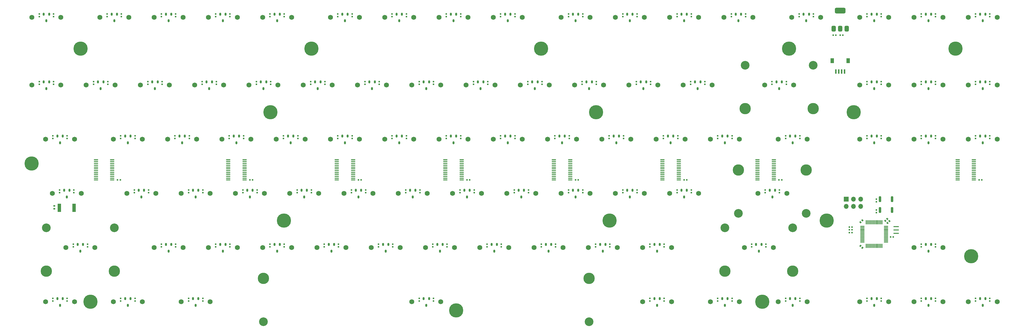
<source format=gbr>
%TF.GenerationSoftware,KiCad,Pcbnew,8.0.6*%
%TF.CreationDate,2024-11-23T19:51:20+07:00*%
%TF.ProjectId,Zellia80,5a656c6c-6961-4383-902e-6b696361645f,rev?*%
%TF.SameCoordinates,Original*%
%TF.FileFunction,Soldermask,Bot*%
%TF.FilePolarity,Negative*%
%FSLAX46Y46*%
G04 Gerber Fmt 4.6, Leading zero omitted, Abs format (unit mm)*
G04 Created by KiCad (PCBNEW 8.0.6) date 2024-11-23 19:51:20*
%MOMM*%
%LPD*%
G01*
G04 APERTURE LIST*
G04 Aperture macros list*
%AMRoundRect*
0 Rectangle with rounded corners*
0 $1 Rounding radius*
0 $2 $3 $4 $5 $6 $7 $8 $9 X,Y pos of 4 corners*
0 Add a 4 corners polygon primitive as box body*
4,1,4,$2,$3,$4,$5,$6,$7,$8,$9,$2,$3,0*
0 Add four circle primitives for the rounded corners*
1,1,$1+$1,$2,$3*
1,1,$1+$1,$4,$5*
1,1,$1+$1,$6,$7*
1,1,$1+$1,$8,$9*
0 Add four rect primitives between the rounded corners*
20,1,$1+$1,$2,$3,$4,$5,0*
20,1,$1+$1,$4,$5,$6,$7,0*
20,1,$1+$1,$6,$7,$8,$9,0*
20,1,$1+$1,$8,$9,$2,$3,0*%
%AMRotRect*
0 Rectangle, with rotation*
0 The origin of the aperture is its center*
0 $1 length*
0 $2 width*
0 $3 Rotation angle, in degrees counterclockwise*
0 Add horizontal line*
21,1,$1,$2,0,0,$3*%
G04 Aperture macros list end*
%ADD10R,1.190000X3.000000*%
%ADD11C,0.800000*%
%ADD12C,5.000000*%
%ADD13R,1.700000X1.700000*%
%ADD14O,1.700000X1.700000*%
%ADD15R,0.620000X0.560000*%
%ADD16R,0.560000X0.620000*%
%ADD17RoundRect,0.150000X-0.150000X0.350000X-0.150000X-0.350000X0.150000X-0.350000X0.150000X0.350000X0*%
%ADD18C,1.750000*%
%ADD19RotRect,0.560000X0.620000X225.000000*%
%ADD20R,0.600000X1.550000*%
%ADD21R,1.200000X1.800000*%
%ADD22RoundRect,0.135000X-0.185000X0.135000X-0.185000X-0.135000X0.185000X-0.135000X0.185000X0.135000X0*%
%ADD23RoundRect,0.375000X0.375000X-0.625000X0.375000X0.625000X-0.375000X0.625000X-0.375000X-0.625000X0*%
%ADD24RoundRect,0.500000X1.400000X-0.500000X1.400000X0.500000X-1.400000X0.500000X-1.400000X-0.500000X0*%
%ADD25RotRect,0.560000X0.620000X315.000000*%
%ADD26RoundRect,0.100000X-0.637500X-0.100000X0.637500X-0.100000X0.637500X0.100000X-0.637500X0.100000X0*%
%ADD27C,3.048000*%
%ADD28C,3.987800*%
%ADD29RotRect,0.560000X0.620000X45.000000*%
%ADD30RoundRect,0.200000X0.200000X0.800000X-0.200000X0.800000X-0.200000X-0.800000X0.200000X-0.800000X0*%
%ADD31R,1.900000X0.400000*%
%ADD32RoundRect,0.075000X0.662500X0.075000X-0.662500X0.075000X-0.662500X-0.075000X0.662500X-0.075000X0*%
%ADD33RoundRect,0.075000X0.075000X0.662500X-0.075000X0.662500X-0.075000X-0.662500X0.075000X-0.662500X0*%
%ADD34RoundRect,0.200000X-0.200000X-0.800000X0.200000X-0.800000X0.200000X0.800000X-0.200000X0.800000X0*%
G04 APERTURE END LIST*
D10*
%TO.C,D1*%
X22261250Y-130102499D03*
X27451250Y-130102499D03*
%TD*%
D11*
%TO.C,H16*%
X293431250Y-134547499D03*
X292882075Y-135873324D03*
X292882075Y-133221674D03*
X291556250Y-136422499D03*
D12*
X291556250Y-134547499D03*
D11*
X291556250Y-132672499D03*
X290230425Y-135873324D03*
X290230425Y-133221674D03*
X289681250Y-134547499D03*
%TD*%
%TO.C,H13*%
X338674622Y-74110009D03*
X338125447Y-75435834D03*
X338125447Y-72784184D03*
X336799622Y-75985009D03*
D12*
X336799622Y-74110009D03*
D11*
X336799622Y-72235009D03*
X335473797Y-75435834D03*
X335473797Y-72784184D03*
X334924622Y-74110009D03*
%TD*%
%TO.C,H14*%
X35065247Y-163122509D03*
X34516072Y-164448334D03*
X34516072Y-161796684D03*
X33190247Y-164997509D03*
D12*
X33190247Y-163122509D03*
D11*
X33190247Y-161247509D03*
X31864422Y-164448334D03*
X31864422Y-161796684D03*
X31315247Y-163122509D03*
%TD*%
%TO.C,H11*%
X212468750Y-96447499D03*
X211919575Y-97773324D03*
X211919575Y-95121674D03*
X210593750Y-98322499D03*
D12*
X210593750Y-96447499D03*
D11*
X210593750Y-94572499D03*
X209267925Y-97773324D03*
X209267925Y-95121674D03*
X208718750Y-96447499D03*
%TD*%
%TO.C,H5*%
X193199744Y-74110009D03*
X192650569Y-75435834D03*
X192650569Y-72784184D03*
X191324744Y-75985009D03*
D12*
X191324744Y-74110009D03*
D11*
X191324744Y-72235009D03*
X189998919Y-75435834D03*
X189998919Y-72784184D03*
X189449744Y-74110009D03*
%TD*%
D13*
%TO.C,J5*%
X298450000Y-127019999D03*
D14*
X298450000Y-129559999D03*
X300990000Y-127019999D03*
X300990000Y-129559999D03*
X303530000Y-127019999D03*
X303530000Y-129559999D03*
%TD*%
D11*
%TO.C,H4*%
X14349622Y-114497509D03*
X13800447Y-115823334D03*
X13800447Y-113171684D03*
X12474622Y-116372509D03*
D12*
X12474622Y-114497509D03*
D11*
X12474622Y-112622509D03*
X11148797Y-115823334D03*
X11148797Y-113171684D03*
X10599622Y-114497509D03*
%TD*%
%TO.C,H10*%
X302956250Y-96447499D03*
X302407075Y-97773324D03*
X302407075Y-95121674D03*
X301081250Y-98322499D03*
D12*
X301081250Y-96447499D03*
D11*
X301081250Y-94572499D03*
X299755425Y-97773324D03*
X299755425Y-95121674D03*
X299206250Y-96447499D03*
%TD*%
%TO.C,H1*%
X112586744Y-74110009D03*
X112037569Y-75435834D03*
X112037569Y-72784184D03*
X110711744Y-75985009D03*
D12*
X110711744Y-74110009D03*
D11*
X110711744Y-72235009D03*
X109385919Y-75435834D03*
X109385919Y-72784184D03*
X108836744Y-74110009D03*
%TD*%
%TO.C,H18*%
X217231250Y-134547499D03*
X216682075Y-135873324D03*
X216682075Y-133221674D03*
X215356250Y-136422499D03*
D12*
X215356250Y-134547499D03*
D11*
X215356250Y-132672499D03*
X214030425Y-135873324D03*
X214030425Y-133221674D03*
X213481250Y-134547499D03*
%TD*%
%TO.C,H12*%
X31586744Y-74110009D03*
X31037569Y-75435834D03*
X31037569Y-72784184D03*
X29711744Y-75985009D03*
D12*
X29711744Y-74110009D03*
D11*
X29711744Y-72235009D03*
X28385919Y-75435834D03*
X28385919Y-72784184D03*
X27836744Y-74110009D03*
%TD*%
%TO.C,H17*%
X98168750Y-96447499D03*
X97619575Y-97773324D03*
X97619575Y-95121674D03*
X96293750Y-98322499D03*
D12*
X96293750Y-96447499D03*
D11*
X96293750Y-94572499D03*
X94967925Y-97773324D03*
X94967925Y-95121674D03*
X94418750Y-96447499D03*
%TD*%
%TO.C,H2*%
X280199744Y-74110009D03*
X279650569Y-75435834D03*
X279650569Y-72784184D03*
X278324744Y-75985009D03*
D12*
X278324744Y-74110009D03*
D11*
X278324744Y-72235009D03*
X276998919Y-75435834D03*
X276998919Y-72784184D03*
X276449744Y-74110009D03*
%TD*%
%TO.C,H3*%
X102931250Y-134547499D03*
X102382075Y-135873324D03*
X102382075Y-133221674D03*
X101056250Y-136422499D03*
D12*
X101056250Y-134547499D03*
D11*
X101056250Y-132672499D03*
X99730425Y-135873324D03*
X99730425Y-133221674D03*
X99181250Y-134547499D03*
%TD*%
%TO.C,H15*%
X270808997Y-163122509D03*
X270259822Y-164448334D03*
X270259822Y-161796684D03*
X268933997Y-164997509D03*
D12*
X268933997Y-163122509D03*
D11*
X268933997Y-161247509D03*
X267608172Y-164448334D03*
X267608172Y-161796684D03*
X267058997Y-163122509D03*
%TD*%
%TO.C,H8*%
X344199744Y-147122519D03*
X343650569Y-148448344D03*
X343650569Y-145796694D03*
X342324744Y-148997519D03*
D12*
X342324744Y-147122519D03*
D11*
X342324744Y-145247519D03*
X340998919Y-148448344D03*
X340998919Y-145796694D03*
X340449744Y-147122519D03*
%TD*%
%TO.C,H7*%
X163437500Y-166122499D03*
X162888325Y-167448324D03*
X162888325Y-164796674D03*
X161562500Y-167997499D03*
D12*
X161562500Y-166122499D03*
D11*
X161562500Y-164247499D03*
X160236675Y-167448324D03*
X160236675Y-164796674D03*
X159687500Y-166122499D03*
%TD*%
D15*
%TO.C,C33*%
X53312500Y-86652499D03*
X53312500Y-85692499D03*
%TD*%
%TO.C,C73*%
X177375000Y-143802499D03*
X177375000Y-142842499D03*
%TD*%
%TO.C,C1*%
X20212500Y-62839999D03*
X20212500Y-61879999D03*
%TD*%
%TO.C,C160*%
X277150000Y-162852499D03*
X277150000Y-161892499D03*
%TD*%
%TO.C,C60*%
X167850000Y-124752499D03*
X167850000Y-123792499D03*
%TD*%
D16*
%TO.C,C109*%
X204367500Y-120263124D03*
X203407500Y-120263124D03*
%TD*%
D15*
%TO.C,C195*%
X281912500Y-62839999D03*
X281912500Y-61879999D03*
%TD*%
%TO.C,C152*%
X329775000Y-62839999D03*
X329775000Y-61879999D03*
%TD*%
D17*
%TO.C,U25*%
X61525000Y-142917499D03*
X60575000Y-145267499D03*
X59625000Y-142917499D03*
D18*
X55495001Y-144072499D03*
X65654999Y-144072499D03*
%TD*%
D15*
%TO.C,C22*%
X39262500Y-86652499D03*
X39262500Y-85692499D03*
%TD*%
D17*
%TO.C,U23*%
X66287500Y-104817499D03*
X65337500Y-107167499D03*
X64387500Y-104817499D03*
D18*
X60257501Y-105972499D03*
X70417499Y-105972499D03*
%TD*%
D15*
%TO.C,C125*%
X143800000Y-124752499D03*
X143800000Y-123792499D03*
%TD*%
%TO.C,C23*%
X48787500Y-105702499D03*
X48787500Y-104742499D03*
%TD*%
%TO.C,C108*%
X310725000Y-62839999D03*
X310725000Y-61879999D03*
%TD*%
D19*
%TO.C,C199*%
X304064411Y-134470588D03*
X303385589Y-135149410D03*
%TD*%
D17*
%TO.C,U96*%
X347275000Y-161967499D03*
X346325000Y-164317499D03*
X345375000Y-161967499D03*
D18*
X341245001Y-163122499D03*
X351404999Y-163122499D03*
%TD*%
D17*
%TO.C,U26*%
X142487500Y-61954999D03*
X141537500Y-64304999D03*
X140587500Y-61954999D03*
D18*
X136457501Y-63109999D03*
X146617499Y-63109999D03*
%TD*%
D17*
%TO.C,U27*%
X161537500Y-61954999D03*
X160587500Y-64304999D03*
X159637500Y-61954999D03*
D18*
X155507501Y-63109999D03*
X165667499Y-63109999D03*
%TD*%
D20*
%TO.C,J2*%
X297818750Y-82172499D03*
X296818750Y-82172499D03*
X295818750Y-82172499D03*
X294818750Y-82172499D03*
D21*
X299118750Y-78297499D03*
X293518750Y-78297499D03*
%TD*%
D15*
%TO.C,C18*%
X27356250Y-124752499D03*
X27356250Y-123792499D03*
%TD*%
%TO.C,C2*%
X44025000Y-62839999D03*
X44025000Y-61879999D03*
%TD*%
%TO.C,C123*%
X181900000Y-124752499D03*
X181900000Y-123792499D03*
%TD*%
%TO.C,C17*%
X24975000Y-105702499D03*
X24975000Y-104742499D03*
%TD*%
D17*
%TO.C,U30*%
X90100000Y-123867499D03*
X89150000Y-126217499D03*
X88200000Y-123867499D03*
D18*
X84070001Y-125022499D03*
X94229999Y-125022499D03*
%TD*%
D15*
%TO.C,C105*%
X196187500Y-105702499D03*
X196187500Y-104742499D03*
%TD*%
D17*
%TO.C,U38*%
X204400000Y-61954999D03*
X203450000Y-64304999D03*
X202500000Y-61954999D03*
D18*
X198370001Y-63109999D03*
X208529999Y-63109999D03*
%TD*%
D15*
%TO.C,C99*%
X139037500Y-105702499D03*
X139037500Y-104742499D03*
%TD*%
%TO.C,C122*%
X67600000Y-124752499D03*
X67600000Y-123792499D03*
%TD*%
%TO.C,C71*%
X201187500Y-105702499D03*
X201187500Y-104742499D03*
%TD*%
%TO.C,C179*%
X324775000Y-143802499D03*
X324775000Y-142842499D03*
%TD*%
%TO.C,C81*%
X225000000Y-62839999D03*
X225000000Y-61879999D03*
%TD*%
%TO.C,C151*%
X310725000Y-162852499D03*
X310725000Y-161892499D03*
%TD*%
D17*
%TO.C,U66*%
X204400000Y-123867499D03*
X203450000Y-126217499D03*
X202500000Y-123867499D03*
D18*
X198370001Y-125022499D03*
X208529999Y-125022499D03*
%TD*%
D15*
%TO.C,C44*%
X110462500Y-86652499D03*
X110462500Y-85692499D03*
%TD*%
%TO.C,C19*%
X32118750Y-143802499D03*
X32118750Y-142842499D03*
%TD*%
%TO.C,C98*%
X286912500Y-62839999D03*
X286912500Y-61879999D03*
%TD*%
D17*
%TO.C,U13*%
X80575000Y-61954999D03*
X79625000Y-64304999D03*
X78675000Y-61954999D03*
D18*
X74545001Y-63109999D03*
X84704999Y-63109999D03*
%TD*%
D15*
%TO.C,C24*%
X53550000Y-124752499D03*
X53550000Y-123792499D03*
%TD*%
D17*
%TO.C,U20*%
X123437500Y-61954999D03*
X122487500Y-64304999D03*
X121537500Y-61954999D03*
D18*
X117407501Y-63109999D03*
X127567499Y-63109999D03*
%TD*%
D17*
%TO.C,U72*%
X223450000Y-123867499D03*
X222500000Y-126217499D03*
X221550000Y-123867499D03*
D18*
X217420001Y-125022499D03*
X227579999Y-125022499D03*
%TD*%
D15*
%TO.C,C117*%
X19975000Y-105702499D03*
X19975000Y-104742499D03*
%TD*%
%TO.C,C30*%
X72600000Y-124752499D03*
X72600000Y-123792499D03*
%TD*%
D17*
%TO.C,U79*%
X232975000Y-142917499D03*
X232025000Y-145267499D03*
X231075000Y-142917499D03*
D18*
X226945001Y-144072499D03*
X237104999Y-144072499D03*
%TD*%
D15*
%TO.C,C128*%
X86650000Y-124752499D03*
X86650000Y-123792499D03*
%TD*%
D22*
%TO.C,R10*%
X20497500Y-130397500D03*
X20497500Y-129377500D03*
%TD*%
D17*
%TO.C,U44*%
X242500000Y-61954999D03*
X241550000Y-64304999D03*
X240600000Y-61954999D03*
D18*
X236470001Y-63109999D03*
X246629999Y-63109999D03*
%TD*%
D15*
%TO.C,C56*%
X272387500Y-86652499D03*
X272387500Y-85692499D03*
%TD*%
D17*
%TO.C,U32*%
X180587500Y-61954999D03*
X179637500Y-64304999D03*
X178687500Y-61954999D03*
D18*
X174557501Y-63109999D03*
X184717499Y-63109999D03*
%TD*%
D17*
%TO.C,U9*%
X61525000Y-61954999D03*
X60575000Y-64304999D03*
X59625000Y-61954999D03*
D18*
X55495001Y-63109999D03*
X65654999Y-63109999D03*
%TD*%
D23*
%TO.C,U63*%
X298618750Y-67047499D03*
X296318750Y-67047499D03*
D24*
X296318750Y-60747499D03*
D23*
X294018750Y-67047499D03*
%TD*%
D17*
%TO.C,U94*%
X309175000Y-161967499D03*
X308225000Y-164317499D03*
X307275000Y-161967499D03*
D18*
X303145001Y-163122499D03*
X313304999Y-163122499D03*
%TD*%
D15*
%TO.C,C35*%
X86887500Y-105702499D03*
X86887500Y-104742499D03*
%TD*%
%TO.C,C36*%
X91650000Y-124752499D03*
X91650000Y-123792499D03*
%TD*%
D17*
%TO.C,U55*%
X156775000Y-142917499D03*
X155825000Y-145267499D03*
X154875000Y-142917499D03*
D18*
X150745001Y-144072499D03*
X160904999Y-144072499D03*
%TD*%
D15*
%TO.C,C50*%
X163087500Y-62839999D03*
X163087500Y-61879999D03*
%TD*%
%TO.C,C58*%
X153562500Y-86652499D03*
X153562500Y-85692499D03*
%TD*%
D25*
%TO.C,C200*%
X303385589Y-143470588D03*
X304064411Y-144149410D03*
%TD*%
D17*
%TO.C,U82*%
X247262500Y-85767499D03*
X246312500Y-88117499D03*
X245362500Y-85767499D03*
D18*
X241232501Y-86922499D03*
X251392499Y-86922499D03*
%TD*%
D15*
%TO.C,C173*%
X282150000Y-162852499D03*
X282150000Y-161892499D03*
%TD*%
D17*
%TO.C,U77*%
X237737500Y-104817499D03*
X236787500Y-107167499D03*
X235837500Y-104817499D03*
D18*
X231707501Y-105972499D03*
X241867499Y-105972499D03*
%TD*%
D15*
%TO.C,C171*%
X72600000Y-162852499D03*
X72600000Y-161892499D03*
%TD*%
D26*
%TO.C,U62*%
X195825000Y-120263124D03*
X195825000Y-119613124D03*
X195825000Y-118963124D03*
X195825000Y-118313124D03*
X195825000Y-117663124D03*
X195825000Y-117013124D03*
X195825000Y-116363124D03*
X195825000Y-115713124D03*
X195825000Y-115063124D03*
X195825000Y-114413124D03*
X195825000Y-113763124D03*
X195825000Y-113113124D03*
X201550000Y-113113124D03*
X201550000Y-113763124D03*
X201550000Y-114413124D03*
X201550000Y-115063124D03*
X201550000Y-115713124D03*
X201550000Y-116363124D03*
X201550000Y-117013124D03*
X201550000Y-117663124D03*
X201550000Y-118313124D03*
X201550000Y-118963124D03*
X201550000Y-119613124D03*
X201550000Y-120263124D03*
%TD*%
D15*
%TO.C,C129*%
X105700000Y-124752499D03*
X105700000Y-123792499D03*
%TD*%
%TO.C,C161*%
X348825000Y-62839999D03*
X348825000Y-61879999D03*
%TD*%
%TO.C,C127*%
X48550000Y-124752499D03*
X48550000Y-123792499D03*
%TD*%
D17*
%TO.C,U58*%
X171062500Y-85767499D03*
X170112500Y-88117499D03*
X169162500Y-85767499D03*
D18*
X165032501Y-86922499D03*
X175192499Y-86922499D03*
%TD*%
D17*
%TO.C,U31*%
X80575000Y-142917499D03*
X79625000Y-145267499D03*
X78675000Y-142917499D03*
D18*
X74545001Y-144072499D03*
X84704999Y-144072499D03*
%TD*%
D15*
%TO.C,C181*%
X343825000Y-86652499D03*
X343825000Y-85692499D03*
%TD*%
D17*
%TO.C,U89*%
X280600000Y-104817499D03*
X279650000Y-107167499D03*
X278700000Y-104817499D03*
D18*
X274570000Y-105972499D03*
X284730000Y-105972499D03*
%TD*%
D15*
%TO.C,C162*%
X348825000Y-86652499D03*
X348825000Y-85692499D03*
%TD*%
D17*
%TO.C,U92*%
X256787500Y-161967499D03*
X255837500Y-164317499D03*
X254887500Y-161967499D03*
D18*
X250757501Y-163122499D03*
X260917499Y-163122499D03*
%TD*%
D17*
%TO.C,U37*%
X99625000Y-142917499D03*
X98675000Y-145267499D03*
X97725000Y-142917499D03*
D18*
X93595001Y-144072499D03*
X103754999Y-144072499D03*
%TD*%
D17*
%TO.C,U18*%
X52000000Y-123867499D03*
X51050000Y-126217499D03*
X50100000Y-123867499D03*
D18*
X45970001Y-125022499D03*
X56129999Y-125022499D03*
%TD*%
D26*
%TO.C,U69*%
X267262500Y-120263124D03*
X267262500Y-119613124D03*
X267262500Y-118963124D03*
X267262500Y-118313124D03*
X267262500Y-117663124D03*
X267262500Y-117013124D03*
X267262500Y-116363124D03*
X267262500Y-115713124D03*
X267262500Y-115063124D03*
X267262500Y-114413124D03*
X267262500Y-113763124D03*
X267262500Y-113113124D03*
X272987500Y-113113124D03*
X272987500Y-113763124D03*
X272987500Y-114413124D03*
X272987500Y-115063124D03*
X272987500Y-115713124D03*
X272987500Y-116363124D03*
X272987500Y-117013124D03*
X272987500Y-117663124D03*
X272987500Y-118313124D03*
X272987500Y-118963124D03*
X272987500Y-119613124D03*
X272987500Y-120263124D03*
%TD*%
D15*
%TO.C,C189*%
X158087500Y-62839999D03*
X158087500Y-61879999D03*
%TD*%
%TO.C,C66*%
X186900000Y-124752499D03*
X186900000Y-123792499D03*
%TD*%
%TO.C,C141*%
X77125000Y-143802499D03*
X77125000Y-142842499D03*
%TD*%
D17*
%TO.C,U65*%
X199637500Y-104817499D03*
X198687500Y-107167499D03*
X197737500Y-104817499D03*
D18*
X193607501Y-105972499D03*
X203767499Y-105972499D03*
%TD*%
D15*
%TO.C,C72*%
X205950000Y-124752499D03*
X205950000Y-123792499D03*
%TD*%
D16*
%TO.C,C156*%
X275805000Y-120263124D03*
X274845000Y-120263124D03*
%TD*%
D15*
%TO.C,C41*%
X105937500Y-105702499D03*
X105937500Y-104742499D03*
%TD*%
%TO.C,C167*%
X15212500Y-62839999D03*
X15212500Y-61879999D03*
%TD*%
%TO.C,C95*%
X282150000Y-105702499D03*
X282150000Y-104742499D03*
%TD*%
D17*
%TO.C,U10*%
X18662500Y-85767499D03*
X17712500Y-88117499D03*
X16762500Y-85767499D03*
D18*
X12632501Y-86922499D03*
X22792499Y-86922499D03*
%TD*%
D15*
%TO.C,C34*%
X77362500Y-86652499D03*
X77362500Y-85692499D03*
%TD*%
D17*
%TO.C,U97*%
X328225000Y-142917499D03*
X327275000Y-145267499D03*
X326325000Y-142917499D03*
D18*
X322195001Y-144072499D03*
X332354999Y-144072499D03*
%TD*%
D17*
%TO.C,U87*%
X347275000Y-85767499D03*
X346325000Y-88117499D03*
X345375000Y-85767499D03*
D18*
X341245001Y-86922499D03*
X351404999Y-86922499D03*
%TD*%
D17*
%TO.C,U12*%
X25806250Y-123867499D03*
X24856250Y-126217499D03*
X23906250Y-123867499D03*
D18*
X19776250Y-125022499D03*
X29936250Y-125022499D03*
%TD*%
D15*
%TO.C,C183*%
X58075000Y-62839999D03*
X58075000Y-61879999D03*
%TD*%
D17*
%TO.C,U86*%
X328225000Y-85767499D03*
X327275000Y-88117499D03*
X326325000Y-85767499D03*
D18*
X322195001Y-86922499D03*
X332354999Y-86922499D03*
%TD*%
D17*
%TO.C,U57*%
X268693750Y-142917499D03*
X267743750Y-145267499D03*
X266793750Y-142917499D03*
D27*
X255837500Y-137087499D03*
D28*
X255837500Y-152327499D03*
D18*
X262663750Y-144072499D03*
X272823750Y-144072499D03*
D27*
X279650000Y-137087499D03*
D28*
X279650000Y-152327499D03*
%TD*%
D15*
%TO.C,C28*%
X58312500Y-86652499D03*
X58312500Y-85692499D03*
%TD*%
D17*
%TO.C,U83*%
X256787500Y-104817499D03*
X255837500Y-107167499D03*
X254887500Y-104817499D03*
D18*
X250757501Y-105972499D03*
X260917499Y-105972499D03*
%TD*%
D15*
%TO.C,C140*%
X153325000Y-143802499D03*
X153325000Y-142842499D03*
%TD*%
%TO.C,C86*%
X244050000Y-62839999D03*
X244050000Y-61879999D03*
%TD*%
D17*
%TO.C,U33*%
X30568750Y-142917499D03*
X29618750Y-145267499D03*
X28668750Y-142917499D03*
D27*
X17712500Y-137087499D03*
D28*
X17712500Y-152327499D03*
D18*
X24538750Y-144072499D03*
X34698750Y-144072499D03*
D27*
X41525000Y-137087499D03*
D28*
X41525000Y-152327499D03*
%TD*%
D15*
%TO.C,C96*%
X119987500Y-105702499D03*
X119987500Y-104742499D03*
%TD*%
%TO.C,C43*%
X82125000Y-143802499D03*
X82125000Y-142842499D03*
%TD*%
%TO.C,C93*%
X43787500Y-105702499D03*
X43787500Y-104742499D03*
%TD*%
%TO.C,C130*%
X22356250Y-124752499D03*
X22356250Y-123792499D03*
%TD*%
D16*
%TO.C,C164*%
X346051875Y-120263124D03*
X345091875Y-120263124D03*
%TD*%
D17*
%TO.C,U93*%
X328225000Y-61954999D03*
X327275000Y-64304999D03*
X326325000Y-61954999D03*
D18*
X322195001Y-63109999D03*
X332354999Y-63109999D03*
%TD*%
D15*
%TO.C,C89*%
X258337500Y-105702499D03*
X258337500Y-104742499D03*
%TD*%
%TO.C,C194*%
X258100000Y-62839999D03*
X258100000Y-61879999D03*
%TD*%
%TO.C,C63*%
X167612500Y-86652499D03*
X167612500Y-85692499D03*
%TD*%
%TO.C,C88*%
X248812500Y-86652499D03*
X248812500Y-85692499D03*
%TD*%
D17*
%TO.C,U17*%
X47237500Y-104817499D03*
X46287500Y-107167499D03*
X45337500Y-104817499D03*
D18*
X41207501Y-105972499D03*
X51367499Y-105972499D03*
%TD*%
D15*
%TO.C,C62*%
X182137500Y-62839999D03*
X182137500Y-61879999D03*
%TD*%
%TO.C,C37*%
X63075000Y-143802499D03*
X63075000Y-142842499D03*
%TD*%
D17*
%TO.C,U88*%
X309175000Y-104817499D03*
X308225000Y-107167499D03*
X307275000Y-104817499D03*
D18*
X303145001Y-105972499D03*
X313304999Y-105972499D03*
%TD*%
D15*
%TO.C,C137*%
X210475000Y-143802499D03*
X210475000Y-142842499D03*
%TD*%
%TO.C,C188*%
X139037500Y-62839999D03*
X139037500Y-61879999D03*
%TD*%
%TO.C,C5*%
X101175000Y-62839999D03*
X101175000Y-61879999D03*
%TD*%
D17*
%TO.C,U3*%
X275837500Y-85767499D03*
X274887500Y-88117499D03*
X273937500Y-85767499D03*
D27*
X262981250Y-79937499D03*
D28*
X262981250Y-95177499D03*
D18*
X269807500Y-86922499D03*
X279967500Y-86922499D03*
D27*
X286793750Y-79937499D03*
D28*
X286793750Y-95177499D03*
%TD*%
D15*
%TO.C,C113*%
X270006250Y-124752499D03*
X270006250Y-123792499D03*
%TD*%
%TO.C,C52*%
X134512500Y-86652499D03*
X134512500Y-85692499D03*
%TD*%
%TO.C,C51*%
X15212500Y-86652499D03*
X15212500Y-85692499D03*
%TD*%
%TO.C,C85*%
X215475000Y-143802499D03*
X215475000Y-142842499D03*
%TD*%
%TO.C,C124*%
X162850000Y-124752499D03*
X162850000Y-123792499D03*
%TD*%
D26*
%TO.C,U74*%
X337509375Y-120263124D03*
X337509375Y-119613124D03*
X337509375Y-118963124D03*
X337509375Y-118313124D03*
X337509375Y-117663124D03*
X337509375Y-117013124D03*
X337509375Y-116363124D03*
X337509375Y-115713124D03*
X337509375Y-115063124D03*
X337509375Y-114413124D03*
X337509375Y-113763124D03*
X337509375Y-113113124D03*
X343234375Y-113113124D03*
X343234375Y-113763124D03*
X343234375Y-114413124D03*
X343234375Y-115063124D03*
X343234375Y-115713124D03*
X343234375Y-116363124D03*
X343234375Y-117013124D03*
X343234375Y-117663124D03*
X343234375Y-118313124D03*
X343234375Y-118963124D03*
X343234375Y-119613124D03*
X343234375Y-120263124D03*
%TD*%
D15*
%TO.C,C118*%
X310725000Y-105702499D03*
X310725000Y-104742499D03*
%TD*%
D17*
%TO.C,U34*%
X94862500Y-85767499D03*
X93912500Y-88117499D03*
X92962500Y-85767499D03*
D18*
X88832501Y-86922499D03*
X98992499Y-86922499D03*
%TD*%
D17*
%TO.C,U35*%
X104387500Y-104817499D03*
X103437500Y-107167499D03*
X102487500Y-104817499D03*
D18*
X98357501Y-105972499D03*
X108517499Y-105972499D03*
%TD*%
D15*
%TO.C,C53*%
X144037500Y-105702499D03*
X144037500Y-104742499D03*
%TD*%
%TO.C,C191*%
X200950000Y-62839999D03*
X200950000Y-61879999D03*
%TD*%
%TO.C,C80*%
X243812500Y-86652499D03*
X243812500Y-85692499D03*
%TD*%
%TO.C,C107*%
X270243750Y-143802499D03*
X270243750Y-142842499D03*
%TD*%
%TO.C,C196*%
X305725000Y-62839999D03*
X305725000Y-61879999D03*
%TD*%
%TO.C,C193*%
X239050000Y-62839999D03*
X239050000Y-61879999D03*
%TD*%
%TO.C,C139*%
X172375000Y-143802499D03*
X172375000Y-142842499D03*
%TD*%
%TO.C,C177*%
X39025000Y-62839999D03*
X39025000Y-61879999D03*
%TD*%
%TO.C,C143*%
X115225000Y-143802499D03*
X115225000Y-142842499D03*
%TD*%
%TO.C,C111*%
X215237500Y-105702499D03*
X215237500Y-104742499D03*
%TD*%
D17*
%TO.C,U6*%
X71050000Y-161967499D03*
X70100000Y-164317499D03*
X69150000Y-161967499D03*
D18*
X65020000Y-163122499D03*
X75180000Y-163122499D03*
%TD*%
D15*
%TO.C,C76*%
X210712500Y-86652499D03*
X210712500Y-85692499D03*
%TD*%
%TO.C,C169*%
X24975000Y-162852499D03*
X24975000Y-161892499D03*
%TD*%
%TO.C,C45*%
X129512500Y-86652499D03*
X129512500Y-85692499D03*
%TD*%
%TO.C,C67*%
X158325000Y-143802499D03*
X158325000Y-142842499D03*
%TD*%
%TO.C,C133*%
X58075000Y-143802499D03*
X58075000Y-142842499D03*
%TD*%
%TO.C,C145*%
X329775000Y-143802499D03*
X329775000Y-142842499D03*
%TD*%
%TO.C,C29*%
X67837500Y-105702499D03*
X67837500Y-104742499D03*
%TD*%
D17*
%TO.C,U36*%
X109150000Y-123867499D03*
X108200000Y-126217499D03*
X107250000Y-123867499D03*
D18*
X103120001Y-125022499D03*
X113279999Y-125022499D03*
%TD*%
D15*
%TO.C,C150*%
X305725000Y-105702499D03*
X305725000Y-104742499D03*
%TD*%
D17*
%TO.C,U70*%
X209162500Y-85767499D03*
X208212500Y-88117499D03*
X207262500Y-85767499D03*
D18*
X203132501Y-86922499D03*
X213292499Y-86922499D03*
%TD*%
D17*
%TO.C,U8*%
X232975000Y-161967499D03*
X232025000Y-164317499D03*
X231075000Y-161967499D03*
D18*
X226945000Y-163122499D03*
X237105000Y-163122499D03*
%TD*%
D17*
%TO.C,U50*%
X285362500Y-61954999D03*
X284412500Y-64304999D03*
X283462500Y-61954999D03*
D18*
X279332501Y-63109999D03*
X289492499Y-63109999D03*
%TD*%
D15*
%TO.C,R9*%
X308975000Y-131789999D03*
X308975000Y-130829999D03*
%TD*%
D17*
%TO.C,U43*%
X118675000Y-142917499D03*
X117725000Y-145267499D03*
X116775000Y-142917499D03*
D18*
X112645001Y-144072499D03*
X122804999Y-144072499D03*
%TD*%
D15*
%TO.C,C79*%
X196425000Y-143802499D03*
X196425000Y-142842499D03*
%TD*%
D17*
%TO.C,U52*%
X152012500Y-85767499D03*
X151062500Y-88117499D03*
X150112500Y-85767499D03*
D18*
X145982501Y-86922499D03*
X156142499Y-86922499D03*
%TD*%
D15*
%TO.C,C6*%
X124987500Y-62839999D03*
X124987500Y-61879999D03*
%TD*%
D17*
%TO.C,U22*%
X56762500Y-85767499D03*
X55812500Y-88117499D03*
X54862500Y-85767499D03*
D18*
X50732501Y-86922499D03*
X60892499Y-86922499D03*
%TD*%
D15*
%TO.C,C97*%
X234525000Y-143802499D03*
X234525000Y-142842499D03*
%TD*%
%TO.C,C187*%
X119987500Y-62839999D03*
X119987500Y-61879999D03*
%TD*%
D17*
%TO.C,U5*%
X47237500Y-161967499D03*
X46287500Y-164317499D03*
X45337500Y-161967499D03*
D18*
X41207501Y-163122499D03*
X51367499Y-163122499D03*
%TD*%
D15*
%TO.C,C155*%
X329775000Y-105702499D03*
X329775000Y-104742499D03*
%TD*%
%TO.C,C75*%
X205950000Y-62839999D03*
X205950000Y-61879999D03*
%TD*%
D17*
%TO.C,U67*%
X194875000Y-142917499D03*
X193925000Y-145267499D03*
X192975000Y-142917499D03*
D18*
X188845001Y-144072499D03*
X199004999Y-144072499D03*
%TD*%
D15*
%TO.C,C126*%
X124750000Y-124752499D03*
X124750000Y-123792499D03*
%TD*%
D17*
%TO.C,U54*%
X166300000Y-123867499D03*
X165350000Y-126217499D03*
X164400000Y-123867499D03*
D18*
X160270001Y-125022499D03*
X170429999Y-125022499D03*
%TD*%
D15*
%TO.C,C31*%
X144037500Y-62839999D03*
X144037500Y-61879999D03*
%TD*%
D16*
%TO.C,R13*%
X299495000Y-137809999D03*
X300455000Y-137809999D03*
%TD*%
D17*
%TO.C,U53*%
X161537500Y-104817499D03*
X160587500Y-107167499D03*
X159637500Y-104817499D03*
D18*
X155507501Y-105972499D03*
X165667499Y-105972499D03*
%TD*%
D26*
%TO.C,U68*%
X233925000Y-120263124D03*
X233925000Y-119613124D03*
X233925000Y-118963124D03*
X233925000Y-118313124D03*
X233925000Y-117663124D03*
X233925000Y-117013124D03*
X233925000Y-116363124D03*
X233925000Y-115713124D03*
X233925000Y-115063124D03*
X233925000Y-114413124D03*
X233925000Y-113763124D03*
X233925000Y-113113124D03*
X239650000Y-113113124D03*
X239650000Y-113763124D03*
X239650000Y-114413124D03*
X239650000Y-115063124D03*
X239650000Y-115713124D03*
X239650000Y-116363124D03*
X239650000Y-117013124D03*
X239650000Y-117663124D03*
X239650000Y-118313124D03*
X239650000Y-118963124D03*
X239650000Y-119613124D03*
X239650000Y-120263124D03*
%TD*%
D15*
%TO.C,C64*%
X172612500Y-86652499D03*
X172612500Y-85692499D03*
%TD*%
D17*
%TO.C,U29*%
X85337500Y-104817499D03*
X84387500Y-107167499D03*
X83437500Y-104817499D03*
D18*
X79307501Y-105972499D03*
X89467499Y-105972499D03*
%TD*%
D15*
%TO.C,C49*%
X101175000Y-143802499D03*
X101175000Y-142842499D03*
%TD*%
%TO.C,C82*%
X229762500Y-86652499D03*
X229762500Y-85692499D03*
%TD*%
%TO.C,C138*%
X191425000Y-143802499D03*
X191425000Y-142842499D03*
%TD*%
D29*
%TO.C,C202*%
X312885589Y-135399410D03*
X313564411Y-134720588D03*
%TD*%
D15*
%TO.C,C178*%
X153562500Y-162852499D03*
X153562500Y-161892499D03*
%TD*%
%TO.C,C55*%
X120225000Y-143802499D03*
X120225000Y-142842499D03*
%TD*%
D17*
%TO.C,U91*%
X347275000Y-104817499D03*
X346325000Y-107167499D03*
X345375000Y-104817499D03*
D18*
X341245001Y-105972499D03*
X351404999Y-105972499D03*
%TD*%
D15*
%TO.C,C38*%
X72362500Y-86652499D03*
X72362500Y-85692499D03*
%TD*%
D17*
%TO.C,U40*%
X113912500Y-85767499D03*
X112962500Y-88117499D03*
X112012500Y-85767499D03*
D18*
X107882501Y-86922499D03*
X118042499Y-86922499D03*
%TD*%
D15*
%TO.C,C158*%
X229525000Y-162852499D03*
X229525000Y-161892499D03*
%TD*%
D26*
%TO.C,U21*%
X35090625Y-120263124D03*
X35090625Y-119613124D03*
X35090625Y-118963124D03*
X35090625Y-118313124D03*
X35090625Y-117663124D03*
X35090625Y-117013124D03*
X35090625Y-116363124D03*
X35090625Y-115713124D03*
X35090625Y-115063124D03*
X35090625Y-114413124D03*
X35090625Y-113763124D03*
X35090625Y-113113124D03*
X40815625Y-113113124D03*
X40815625Y-113763124D03*
X40815625Y-114413124D03*
X40815625Y-115063124D03*
X40815625Y-115713124D03*
X40815625Y-116363124D03*
X40815625Y-117013124D03*
X40815625Y-117663124D03*
X40815625Y-118313124D03*
X40815625Y-118963124D03*
X40815625Y-119613124D03*
X40815625Y-120263124D03*
%TD*%
D30*
%TO.C,SW2*%
X314520000Y-127019999D03*
X310320000Y-127019999D03*
%TD*%
D15*
%TO.C,C176*%
X324775000Y-105702499D03*
X324775000Y-104742499D03*
%TD*%
%TO.C,C46*%
X115462500Y-86652499D03*
X115462500Y-85692499D03*
%TD*%
%TO.C,C69*%
X205712500Y-86652499D03*
X205712500Y-85692499D03*
%TD*%
D17*
%TO.C,U90*%
X328225000Y-104817499D03*
X327275000Y-107167499D03*
X326325000Y-104817499D03*
D18*
X322195001Y-105972499D03*
X332354999Y-105972499D03*
%TD*%
D15*
%TO.C,C149*%
X67600000Y-162852499D03*
X67600000Y-161892499D03*
%TD*%
D17*
%TO.C,U75*%
X309175000Y-61954999D03*
X308225000Y-64304999D03*
X307275000Y-61954999D03*
D18*
X303145001Y-63109999D03*
X313304999Y-63109999D03*
%TD*%
D17*
%TO.C,U45*%
X261550000Y-61954999D03*
X260600000Y-64304999D03*
X259650000Y-61954999D03*
D18*
X255520001Y-63109999D03*
X265679999Y-63109999D03*
%TD*%
D15*
%TO.C,C197*%
X324775000Y-62839999D03*
X324775000Y-61879999D03*
%TD*%
%TO.C,C192*%
X220000000Y-62839999D03*
X220000000Y-61879999D03*
%TD*%
%TO.C,C74*%
X224762500Y-86652499D03*
X224762500Y-85692499D03*
%TD*%
D16*
%TO.C,C110*%
X166267500Y-120263124D03*
X165307500Y-120263124D03*
%TD*%
D15*
%TO.C,C166*%
X348825000Y-105702499D03*
X348825000Y-104742499D03*
%TD*%
%TO.C,C163*%
X148562500Y-162852499D03*
X148562500Y-161892499D03*
%TD*%
%TO.C,C182*%
X343825000Y-105702499D03*
X343825000Y-104742499D03*
%TD*%
D17*
%TO.C,U47*%
X142487500Y-104817499D03*
X141537500Y-107167499D03*
X140587500Y-104817499D03*
D18*
X136457501Y-105972499D03*
X146617499Y-105972499D03*
%TD*%
D15*
%TO.C,C112*%
X234287500Y-105702499D03*
X234287500Y-104742499D03*
%TD*%
%TO.C,C185*%
X77125000Y-62839999D03*
X77125000Y-61879999D03*
%TD*%
D17*
%TO.C,U95*%
X328225000Y-161967499D03*
X327275000Y-164317499D03*
X326325000Y-161967499D03*
D18*
X322195001Y-163122499D03*
X332354999Y-163122499D03*
%TD*%
D15*
%TO.C,C68*%
X186662500Y-86652499D03*
X186662500Y-85692499D03*
%TD*%
%TO.C,C27*%
X34262500Y-86652499D03*
X34262500Y-85692499D03*
%TD*%
%TO.C,C157*%
X329775000Y-162852499D03*
X329775000Y-161892499D03*
%TD*%
D17*
%TO.C,U71*%
X218687500Y-104817499D03*
X217737500Y-107167499D03*
X216787500Y-104817499D03*
D18*
X212657501Y-105972499D03*
X222817499Y-105972499D03*
%TD*%
D15*
%TO.C,C15*%
X277387500Y-86652499D03*
X277387500Y-85692499D03*
%TD*%
D17*
%TO.C,U14*%
X99625000Y-61954999D03*
X98675000Y-64304999D03*
X97725000Y-61954999D03*
D18*
X93595001Y-63109999D03*
X103754999Y-63109999D03*
%TD*%
D15*
%TO.C,C142*%
X96175000Y-143802499D03*
X96175000Y-142842499D03*
%TD*%
D16*
%TO.C,C203*%
X313995000Y-140309999D03*
X314955000Y-140309999D03*
%TD*%
D15*
%TO.C,C3*%
X63075000Y-62839999D03*
X63075000Y-61879999D03*
%TD*%
%TO.C,C204*%
X308975000Y-127979999D03*
X308975000Y-127019999D03*
%TD*%
%TO.C,C90*%
X275006250Y-124752499D03*
X275006250Y-123792499D03*
%TD*%
%TO.C,C114*%
X253337500Y-105702499D03*
X253337500Y-104742499D03*
%TD*%
D16*
%TO.C,C25*%
X297278750Y-69397499D03*
X296318750Y-69397499D03*
%TD*%
D17*
%TO.C,U28*%
X75812500Y-85767499D03*
X74862500Y-88117499D03*
X73912500Y-85767499D03*
D18*
X69782501Y-86922499D03*
X79942499Y-86922499D03*
%TD*%
D15*
%TO.C,C172*%
X258337500Y-162852499D03*
X258337500Y-161892499D03*
%TD*%
%TO.C,C116*%
X310725000Y-86652499D03*
X310725000Y-85692499D03*
%TD*%
%TO.C,C92*%
X100937500Y-105702499D03*
X100937500Y-104742499D03*
%TD*%
%TO.C,C101*%
X158087500Y-105702499D03*
X158087500Y-104742499D03*
%TD*%
D17*
%TO.C,U42*%
X128200000Y-123867499D03*
X127250000Y-126217499D03*
X126300000Y-123867499D03*
D18*
X122170001Y-125022499D03*
X132329999Y-125022499D03*
%TD*%
D15*
%TO.C,C59*%
X163087500Y-105702499D03*
X163087500Y-104742499D03*
%TD*%
%TO.C,C4*%
X82125000Y-62839999D03*
X82125000Y-61879999D03*
%TD*%
D17*
%TO.C,U4*%
X23425000Y-161967499D03*
X22475000Y-164317499D03*
X21525000Y-161967499D03*
D18*
X17395000Y-163122499D03*
X27555000Y-163122499D03*
%TD*%
D16*
%TO.C,C153*%
X242467500Y-120263124D03*
X241507500Y-120263124D03*
%TD*%
%TO.C,R12*%
X300455000Y-138809999D03*
X299495000Y-138809999D03*
%TD*%
D17*
%TO.C,U11*%
X23425000Y-104817499D03*
X22475000Y-107167499D03*
X21525000Y-104817499D03*
D18*
X17395000Y-105972499D03*
X27555000Y-105972499D03*
%TD*%
D15*
%TO.C,C40*%
X96412500Y-86652499D03*
X96412500Y-85692499D03*
%TD*%
%TO.C,C78*%
X225000000Y-124752499D03*
X225000000Y-123792499D03*
%TD*%
%TO.C,C144*%
X134275000Y-143802499D03*
X134275000Y-142842499D03*
%TD*%
%TO.C,C94*%
X263100000Y-62839999D03*
X263100000Y-61879999D03*
%TD*%
D17*
%TO.C,U73*%
X213925000Y-142917499D03*
X212975000Y-145267499D03*
X212025000Y-142917499D03*
D18*
X207895001Y-144072499D03*
X218054999Y-144072499D03*
%TD*%
D17*
%TO.C,U84*%
X273456250Y-123867499D03*
X272506250Y-126217499D03*
X271556250Y-123867499D03*
D28*
X260599999Y-116767499D03*
D27*
X260600000Y-132007499D03*
D18*
X267426251Y-125022499D03*
X277586249Y-125022499D03*
D27*
X284412500Y-132007499D03*
D28*
X284412501Y-116767499D03*
%TD*%
D16*
%TO.C,R11*%
X300455000Y-136809999D03*
X299495000Y-136809999D03*
%TD*%
D17*
%TO.C,U41*%
X123437500Y-104817499D03*
X122487500Y-107167499D03*
X121537500Y-104817499D03*
D18*
X117407501Y-105972499D03*
X127567499Y-105972499D03*
%TD*%
D17*
%TO.C,U48*%
X147250000Y-123867499D03*
X146300000Y-126217499D03*
X145350000Y-123867499D03*
D18*
X141220001Y-125022499D03*
X151379999Y-125022499D03*
%TD*%
D15*
%TO.C,C57*%
X148562500Y-86652499D03*
X148562500Y-85692499D03*
%TD*%
D29*
%TO.C,C201*%
X312135589Y-134649410D03*
X312814411Y-133970588D03*
%TD*%
D15*
%TO.C,C65*%
X182137500Y-105702499D03*
X182137500Y-104742499D03*
%TD*%
D17*
%TO.C,U39*%
X223450000Y-61954999D03*
X222500000Y-64304999D03*
X221550000Y-61954999D03*
D18*
X217420001Y-63109999D03*
X227579999Y-63109999D03*
%TD*%
D17*
%TO.C,U60*%
X185350000Y-123867499D03*
X184400000Y-126217499D03*
X183450000Y-123867499D03*
D18*
X179320001Y-125022499D03*
X189479999Y-125022499D03*
%TD*%
D15*
%TO.C,C147*%
X19975000Y-162852499D03*
X19975000Y-161892499D03*
%TD*%
%TO.C,C170*%
X48787500Y-162852499D03*
X48787500Y-161892499D03*
%TD*%
%TO.C,C184*%
X343825000Y-162852499D03*
X343825000Y-161892499D03*
%TD*%
D26*
%TO.C,U56*%
X81525000Y-120263124D03*
X81525000Y-119613124D03*
X81525000Y-118963124D03*
X81525000Y-118313124D03*
X81525000Y-117663124D03*
X81525000Y-117013124D03*
X81525000Y-116363124D03*
X81525000Y-115713124D03*
X81525000Y-115063124D03*
X81525000Y-114413124D03*
X81525000Y-113763124D03*
X81525000Y-113113124D03*
X87250000Y-113113124D03*
X87250000Y-113763124D03*
X87250000Y-114413124D03*
X87250000Y-115063124D03*
X87250000Y-115713124D03*
X87250000Y-116363124D03*
X87250000Y-117013124D03*
X87250000Y-117663124D03*
X87250000Y-118313124D03*
X87250000Y-118963124D03*
X87250000Y-119613124D03*
X87250000Y-120263124D03*
%TD*%
D17*
%TO.C,U64*%
X190112500Y-85767499D03*
X189162500Y-88117499D03*
X188212500Y-85767499D03*
D18*
X184082501Y-86922499D03*
X194242499Y-86922499D03*
%TD*%
D17*
%TO.C,U7*%
X152012500Y-161967499D03*
X151062500Y-164317499D03*
X150112500Y-161967499D03*
D28*
X93912500Y-154867499D03*
D27*
X93912500Y-170107499D03*
D18*
X145982500Y-163122499D03*
X156142500Y-163122499D03*
D28*
X208212500Y-154867499D03*
D27*
X208212500Y-170107499D03*
%TD*%
D17*
%TO.C,U59*%
X180587500Y-104817499D03*
X179637500Y-107167499D03*
X178687500Y-104817499D03*
D18*
X174557501Y-105972499D03*
X184717499Y-105972499D03*
%TD*%
D16*
%TO.C,C104*%
X90067500Y-120263124D03*
X89107500Y-120263124D03*
%TD*%
D15*
%TO.C,C70*%
X191662500Y-86652499D03*
X191662500Y-85692499D03*
%TD*%
%TO.C,C198*%
X343825000Y-62839999D03*
X343825000Y-61879999D03*
%TD*%
%TO.C,C175*%
X324775000Y-86652499D03*
X324775000Y-85692499D03*
%TD*%
%TO.C,C119*%
X239050000Y-124752499D03*
X239050000Y-123792499D03*
%TD*%
D17*
%TO.C,U78*%
X242500000Y-123867499D03*
X241550000Y-126217499D03*
X240600000Y-123867499D03*
D18*
X236470001Y-125022499D03*
X246629999Y-125022499D03*
%TD*%
D15*
%TO.C,C131*%
X27118750Y-143802499D03*
X27118750Y-142842499D03*
%TD*%
D17*
%TO.C,U99*%
X347275000Y-61954999D03*
X346325000Y-64304999D03*
X345375000Y-61954999D03*
D18*
X341245001Y-63109999D03*
X351404999Y-63109999D03*
%TD*%
D16*
%TO.C,C103*%
X43633125Y-120263124D03*
X42673125Y-120263124D03*
%TD*%
D17*
%TO.C,U16*%
X37712500Y-85767499D03*
X36762500Y-88117499D03*
X35812500Y-85767499D03*
D18*
X31682501Y-86922499D03*
X41842499Y-86922499D03*
%TD*%
D15*
%TO.C,C77*%
X220237500Y-105702499D03*
X220237500Y-104742499D03*
%TD*%
D31*
%TO.C,Y2*%
X315975000Y-136659999D03*
X315975000Y-137859999D03*
X315975000Y-139059999D03*
%TD*%
D15*
%TO.C,C16*%
X20212500Y-86652499D03*
X20212500Y-85692499D03*
%TD*%
%TO.C,C83*%
X239287500Y-105702499D03*
X239287500Y-104742499D03*
%TD*%
%TO.C,C87*%
X62837500Y-105702499D03*
X62837500Y-104742499D03*
%TD*%
%TO.C,C174*%
X348825000Y-162852499D03*
X348825000Y-161892499D03*
%TD*%
%TO.C,C39*%
X91412500Y-86652499D03*
X91412500Y-85692499D03*
%TD*%
%TO.C,C180*%
X324775000Y-162852499D03*
X324775000Y-161892499D03*
%TD*%
%TO.C,C54*%
X148800000Y-124752499D03*
X148800000Y-123792499D03*
%TD*%
%TO.C,C136*%
X229525000Y-143802499D03*
X229525000Y-142842499D03*
%TD*%
%TO.C,C102*%
X177137500Y-105702499D03*
X177137500Y-104742499D03*
%TD*%
%TO.C,C135*%
X305725000Y-86652499D03*
X305725000Y-85692499D03*
%TD*%
%TO.C,C100*%
X234525000Y-162852499D03*
X234525000Y-161892499D03*
%TD*%
%TO.C,C47*%
X124987500Y-105702499D03*
X124987500Y-104742499D03*
%TD*%
%TO.C,C190*%
X177137500Y-62839999D03*
X177137500Y-61879999D03*
%TD*%
D26*
%TO.C,U51*%
X157725000Y-120263124D03*
X157725000Y-119613124D03*
X157725000Y-118963124D03*
X157725000Y-118313124D03*
X157725000Y-117663124D03*
X157725000Y-117013124D03*
X157725000Y-116363124D03*
X157725000Y-115713124D03*
X157725000Y-115063124D03*
X157725000Y-114413124D03*
X157725000Y-113763124D03*
X157725000Y-113113124D03*
X163450000Y-113113124D03*
X163450000Y-113763124D03*
X163450000Y-114413124D03*
X163450000Y-115063124D03*
X163450000Y-115713124D03*
X163450000Y-116363124D03*
X163450000Y-117013124D03*
X163450000Y-117663124D03*
X163450000Y-118313124D03*
X163450000Y-118963124D03*
X163450000Y-119613124D03*
X163450000Y-120263124D03*
%TD*%
D17*
%TO.C,U49*%
X137725000Y-142917499D03*
X136775000Y-145267499D03*
X135825000Y-142917499D03*
D18*
X131695001Y-144072499D03*
X141854999Y-144072499D03*
%TD*%
D15*
%TO.C,C186*%
X96175000Y-62839999D03*
X96175000Y-61879999D03*
%TD*%
%TO.C,C134*%
X265243750Y-143802499D03*
X265243750Y-142842499D03*
%TD*%
D16*
%TO.C,C21*%
X293858750Y-69397499D03*
X294818750Y-69397499D03*
%TD*%
D17*
%TO.C,U61*%
X175825000Y-142917499D03*
X174875000Y-145267499D03*
X173925000Y-142917499D03*
D18*
X169795001Y-144072499D03*
X179954999Y-144072499D03*
%TD*%
D17*
%TO.C,U46*%
X132962500Y-85767499D03*
X132012500Y-88117499D03*
X131062500Y-85767499D03*
D18*
X126932501Y-86922499D03*
X137092499Y-86922499D03*
%TD*%
D17*
%TO.C,U76*%
X228212500Y-85767499D03*
X227262500Y-88117499D03*
X226312500Y-85767499D03*
D18*
X222182501Y-86922499D03*
X232342499Y-86922499D03*
%TD*%
D16*
%TO.C,C106*%
X128167500Y-120263124D03*
X127207500Y-120263124D03*
%TD*%
D15*
%TO.C,C154*%
X329775000Y-86652499D03*
X329775000Y-85692499D03*
%TD*%
%TO.C,C168*%
X305725000Y-162852499D03*
X305725000Y-161892499D03*
%TD*%
D17*
%TO.C,U98*%
X280600000Y-161967499D03*
X279650000Y-164317499D03*
X278700000Y-161967499D03*
D18*
X274570000Y-163122499D03*
X284730000Y-163122499D03*
%TD*%
D15*
%TO.C,C148*%
X43787500Y-162852499D03*
X43787500Y-161892499D03*
%TD*%
%TO.C,C91*%
X81887500Y-105702499D03*
X81887500Y-104742499D03*
%TD*%
%TO.C,C159*%
X253337500Y-162852499D03*
X253337500Y-161892499D03*
%TD*%
%TO.C,C121*%
X200950000Y-124752499D03*
X200950000Y-123792499D03*
%TD*%
D32*
%TO.C,U100*%
X312387500Y-136559999D03*
X312387500Y-137059999D03*
X312387500Y-137559999D03*
X312387500Y-138060000D03*
X312387500Y-138559999D03*
X312387500Y-139059999D03*
X312387500Y-139559999D03*
X312387500Y-140059999D03*
X312387500Y-140559998D03*
X312387500Y-141059999D03*
X312387500Y-141559999D03*
X312387500Y-142059999D03*
D33*
X310975000Y-143472499D03*
X310475000Y-143472499D03*
X309975000Y-143472499D03*
X309474999Y-143472499D03*
X308975000Y-143472499D03*
X308475000Y-143472499D03*
X307975000Y-143472499D03*
X307475000Y-143472499D03*
X306975001Y-143472499D03*
X306475000Y-143472499D03*
X305975000Y-143472499D03*
X305475000Y-143472499D03*
D32*
X304062500Y-142059999D03*
X304062500Y-141559999D03*
X304062500Y-141059999D03*
X304062500Y-140559998D03*
X304062500Y-140059999D03*
X304062500Y-139559999D03*
X304062500Y-139059999D03*
X304062500Y-138559999D03*
X304062500Y-138060000D03*
X304062500Y-137559999D03*
X304062500Y-137059999D03*
X304062500Y-136559999D03*
D33*
X305475000Y-135147499D03*
X305975000Y-135147499D03*
X306475000Y-135147499D03*
X306975001Y-135147499D03*
X307475000Y-135147499D03*
X307975000Y-135147499D03*
X308475000Y-135147499D03*
X308975000Y-135147499D03*
X309474999Y-135147499D03*
X309975000Y-135147499D03*
X310475000Y-135147499D03*
X310975000Y-135147499D03*
%TD*%
D17*
%TO.C,U2*%
X42475000Y-61954999D03*
X41525000Y-64304999D03*
X40575000Y-61954999D03*
D18*
X36445001Y-63109999D03*
X46604999Y-63109999D03*
%TD*%
D15*
%TO.C,C61*%
X139275000Y-143802499D03*
X139275000Y-142842499D03*
%TD*%
D17*
%TO.C,U1*%
X18662500Y-61954999D03*
X17712500Y-64304999D03*
X16762500Y-61954999D03*
D18*
X12632501Y-63109999D03*
X22792499Y-63109999D03*
%TD*%
D17*
%TO.C,U80*%
X309175000Y-85767499D03*
X308225000Y-88117499D03*
X307275000Y-85767499D03*
D18*
X303145001Y-86922499D03*
X313304999Y-86922499D03*
%TD*%
D34*
%TO.C,SW1*%
X310320000Y-130829999D03*
X314520000Y-130829999D03*
%TD*%
D15*
%TO.C,C84*%
X244050000Y-124752499D03*
X244050000Y-123792499D03*
%TD*%
D17*
%TO.C,U24*%
X71050000Y-123867499D03*
X70100000Y-126217499D03*
X69150000Y-123867499D03*
D18*
X65020001Y-125022499D03*
X75179999Y-125022499D03*
%TD*%
D26*
%TO.C,U15*%
X119625000Y-120263124D03*
X119625000Y-119613124D03*
X119625000Y-118963124D03*
X119625000Y-118313124D03*
X119625000Y-117663124D03*
X119625000Y-117013124D03*
X119625000Y-116363124D03*
X119625000Y-115713124D03*
X119625000Y-115063124D03*
X119625000Y-114413124D03*
X119625000Y-113763124D03*
X119625000Y-113113124D03*
X125350000Y-113113124D03*
X125350000Y-113763124D03*
X125350000Y-114413124D03*
X125350000Y-115063124D03*
X125350000Y-115713124D03*
X125350000Y-116363124D03*
X125350000Y-117013124D03*
X125350000Y-117663124D03*
X125350000Y-118313124D03*
X125350000Y-118963124D03*
X125350000Y-119613124D03*
X125350000Y-120263124D03*
%TD*%
D15*
%TO.C,C42*%
X110700000Y-124752499D03*
X110700000Y-123792499D03*
%TD*%
%TO.C,C48*%
X129750000Y-124752499D03*
X129750000Y-123792499D03*
%TD*%
%TO.C,C120*%
X220000000Y-124752499D03*
X220000000Y-123792499D03*
%TD*%
%TO.C,C115*%
X277150000Y-105702499D03*
X277150000Y-104742499D03*
%TD*%
M02*

</source>
